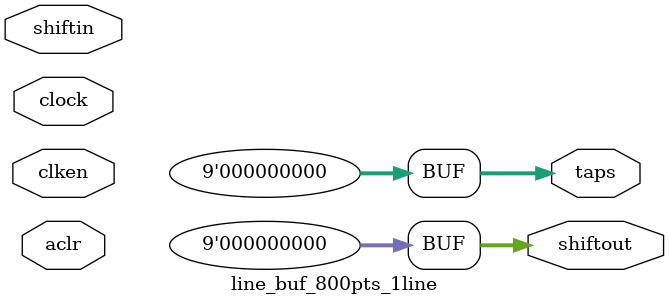
<source format=v>
module line_buf_800pts_1line(	// file.cleaned.mlir:2:3
  input        aclr,	// file.cleaned.mlir:2:39
               clken,	// file.cleaned.mlir:2:54
               clock,	// file.cleaned.mlir:2:70
  input  [8:0] shiftin,	// file.cleaned.mlir:2:86
  output [8:0] shiftout,	// file.cleaned.mlir:2:105
               taps	// file.cleaned.mlir:2:124
);

  assign shiftout = 9'h0;	// file.cleaned.mlir:3:14, :4:5
  assign taps = 9'h0;	// file.cleaned.mlir:3:14, :4:5
endmodule


</source>
